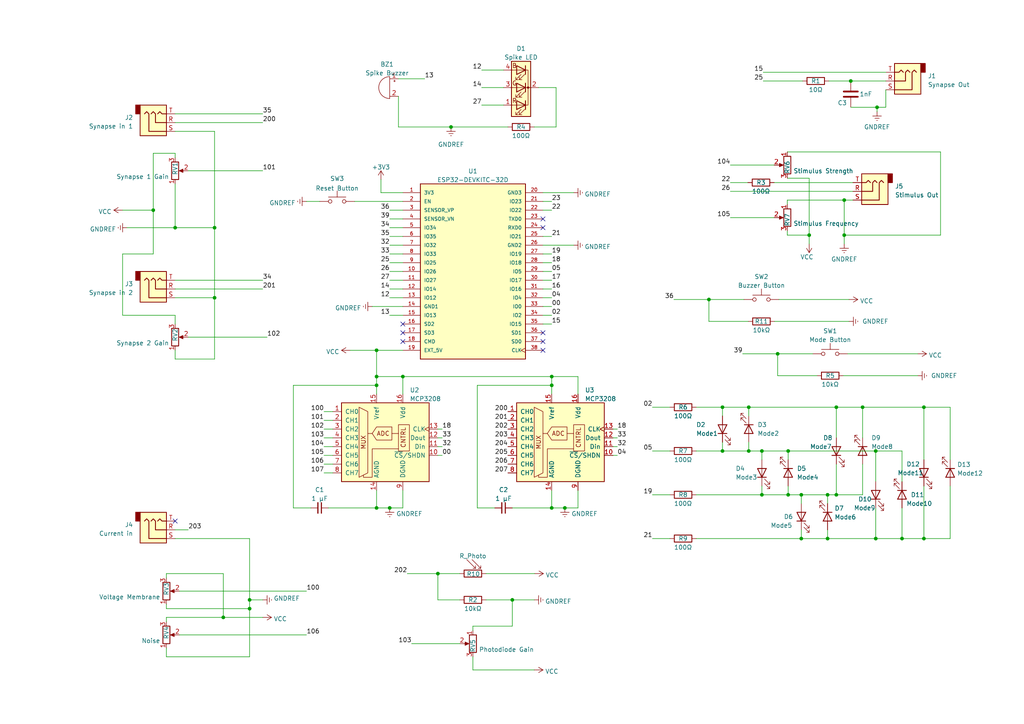
<source format=kicad_sch>
(kicad_sch (version 20211123) (generator eeschema)
  (paper "A4")
  (lib_symbols
    (symbol "Analog_ADC:MCP3208" (pin_names (offset 1.016))
      (property "Reference" "U" (at -5.08 13.335 0))
      (property "Value" "MCP3208" (at -5.08 11.43 0))
      (symbol "MCP3208_0_0"
        (text "ADC" (at -0.635 1.27 0) (effects (font (size 1.27 1.27))))
        (text "CNTRL" (at 5.969 -2.921 900) (effects (font (size 1.27 1.27)) (justify left bottom)))
        (text "MUX" (at -6.35 -1.27 900) (effects (font (size 1.27 1.27))))
      )
      (symbol "MCP3208_0_1"
        (polyline (pts (xy -3.81 1.27) (xy -5.08 1.27)))
        (polyline (pts (xy 1.905 1.27) (xy 3.81 1.27)))
        (polyline (pts (xy -7.62 8.89) (xy -7.62 -11.43) (xy -5.08 -10.16) (xy -5.08 7.62) (xy -7.62 8.89)))
        (polyline (pts (xy 3.81 -3.175) (xy -3.81 -3.175) (xy -3.81 -11.43) (xy -6.35 -11.43) (xy -6.35 -10.795)))
        (polyline (pts (xy 1.905 3.175) (xy 1.905 -0.635) (xy -2.54 -0.635) (xy -3.81 1.27) (xy -2.54 3.175) (xy 1.905 3.175)))
        (rectangle (start 3.81 -3.81) (end 6.985 3.81))
        (rectangle (start 12.7 -12.7) (end -12.7 10.16) (stroke (width 0.254)) (fill (type background)))
      )
      (symbol "MCP3208_1_1"
        (pin input line (at -15.24 7.62 0) (length 2.54) (name "CH0") (number "1"))
        (pin input line (at 15.24 -5.08 180) (length 2.54) (name "~{CS}/SHDN") (number "10"))
        (pin input line (at 15.24 -2.54 180) (length 2.54) (name "Din") (number "11"))
        (pin output line (at 15.24 0 180) (length 2.54) (name "Dout") (number "12"))
        (pin input clock (at 15.24 2.54 180) (length 2.54) (name "CLK") (number "13"))
        (pin power_in line (at -2.54 -15.24 90) (length 2.54) (name "AGND") (number "14"))
        (pin power_in line (at -2.54 12.7 270) (length 2.54) (name "Vref") (number "15"))
        (pin power_in line (at 5.08 12.7 270) (length 2.54) (name "Vdd") (number "16"))
        (pin input line (at -15.24 5.08 0) (length 2.54) (name "CH1") (number "2"))
        (pin input line (at -15.24 2.54 0) (length 2.54) (name "CH2") (number "3"))
        (pin input line (at -15.24 0 0) (length 2.54) (name "CH3") (number "4"))
        (pin input line (at -15.24 -2.54 0) (length 2.54) (name "CH4") (number "5"))
        (pin input line (at -15.24 -5.08 0) (length 2.54) (name "CH5") (number "6"))
        (pin input line (at -15.24 -7.62 0) (length 2.54) (name "CH6") (number "7"))
        (pin input line (at -15.24 -10.16 0) (length 2.54) (name "CH7") (number "8"))
        (pin power_in line (at 5.08 -15.24 90) (length 2.54) (name "DGND") (number "9"))
      )
    )
    (symbol "Connector:AudioJack3"
      (property "Reference" "J" (at 0 8.89 0))
      (property "Value" "AudioJack3" (at 0 6.35 0))
      (symbol "AudioJack3_0_1"
        (rectangle (start -5.08 -5.08) (end -6.35 -2.54) (stroke (width 0.254)) (fill (type outline)))
        (polyline (pts (xy 0 -2.54) (xy 0.635 -3.175) (xy 1.27 -2.54) (xy 2.54 -2.54)) (stroke (width 0.254)))
        (polyline (pts (xy -1.905 -2.54) (xy -1.27 -3.175) (xy -0.635 -2.54) (xy -0.635 0) (xy 2.54 0)) (stroke (width 0.254)))
        (polyline (pts (xy 2.54 2.54) (xy -2.54 2.54) (xy -2.54 -2.54) (xy -3.175 -3.175) (xy -3.81 -2.54)) (stroke (width 0.254)))
        (rectangle (start 2.54 3.81) (end -5.08 -5.08) (stroke (width 0.254)) (fill (type background)))
      )
      (symbol "AudioJack3_1_1"
        (pin passive line (at 5.08 0 180) (length 2.54) (name "~") (number "R"))
        (pin passive line (at 5.08 2.54 180) (length 2.54) (name "~") (number "S"))
        (pin passive line (at 5.08 -2.54 180) (length 2.54) (name "~") (number "T"))
      )
    )
    (symbol "Device:Buzzer" (pin_names (offset 0.0254) hide)
      (property "Reference" "BZ" (at 3.81 1.27 0))
      (property "Value" "Buzzer" (at 3.81 -1.27 0))
      (symbol "Buzzer_0_1"
        (arc (start 0 -3.175) (mid 3.175 0) (end 0 3.175))
        (polyline (pts (xy -1.651 1.905) (xy -1.143 1.905)))
        (polyline (pts (xy -1.397 2.159) (xy -1.397 1.651)))
        (polyline (pts (xy 0 3.175) (xy 0 -3.175)))
      )
      (symbol "Buzzer_1_1"
        (pin passive line (at -2.54 2.54 0) (length 2.54) (name "-") (number "1"))
        (pin passive line (at -2.54 -2.54 0) (length 2.54) (name "+") (number "2"))
      )
    )
    (symbol "Device:C" (pin_numbers hide) (pin_names (offset 0.254))
      (property "Reference" "C" (at 0.635 2.54 0))
      (property "Value" "C" (at 0.635 -2.54 0))
      (symbol "C_0_1"
        (polyline (pts (xy -2.032 -0.762) (xy 2.032 -0.762)) (stroke (width 0.508)))
        (polyline (pts (xy -2.032 0.762) (xy 2.032 0.762)) (stroke (width 0.508)))
      )
      (symbol "C_1_1"
        (pin passive line (at 0 3.81 270) (length 2.794) (name "~") (number "1"))
        (pin passive line (at 0 -3.81 90) (length 2.794) (name "~") (number "2"))
      )
    )
    (symbol "Device:C_Small" (pin_numbers hide) (pin_names (offset 0.254) hide)
      (property "Reference" "C" (at 0.254 1.778 0))
      (property "Value" "C_Small" (at 0.254 -2.032 0))
      (symbol "C_Small_0_1"
        (polyline (pts (xy -1.524 -0.508) (xy 1.524 -0.508)) (stroke (width 0.3302)))
        (polyline (pts (xy -1.524 0.508) (xy 1.524 0.508)) (stroke (width 0.3048)))
      )
      (symbol "C_Small_1_1"
        (pin passive line (at 0 2.54 270) (length 2.032) (name "~") (number "1"))
        (pin passive line (at 0 -2.54 90) (length 2.032) (name "~") (number "2"))
      )
    )
    (symbol "Device:LED" (pin_numbers hide) (pin_names (offset 1.016) hide)
      (property "Reference" "D" (at 0 2.54 0))
      (property "Value" "LED" (at 0 -2.54 0))
      (symbol "LED_0_1"
        (polyline (pts (xy -1.27 -1.27) (xy -1.27 1.27)) (stroke (width 0.254)))
        (polyline (pts (xy -1.27 0) (xy 1.27 0)))
        (polyline (pts (xy 1.27 -1.27) (xy 1.27 1.27) (xy -1.27 0) (xy 1.27 -1.27)) (stroke (width 0.254)))
        (polyline (pts (xy -3.048 -0.762) (xy -4.572 -2.286) (xy -3.81 -2.286) (xy -4.572 -2.286) (xy -4.572 -1.524)))
        (polyline (pts (xy -1.778 -0.762) (xy -3.302 -2.286) (xy -2.54 -2.286) (xy -3.302 -2.286) (xy -3.302 -1.524)))
      )
      (symbol "LED_1_1"
        (pin passive line (at -3.81 0 0) (length 2.54) (name "K") (number "1"))
        (pin passive line (at 3.81 0 180) (length 2.54) (name "A") (number "2"))
      )
    )
    (symbol "Device:LED_RKGB" (pin_names (offset 0) hide)
      (property "Reference" "D" (at 0 9.398 0))
      (property "Value" "LED_RKGB" (at 0 -8.89 0))
      (symbol "LED_RKGB_0_0"
        (text "B" (at 1.905 -6.35 0) (effects (font (size 1.27 1.27))))
        (text "G" (at 1.905 -1.27 0) (effects (font (size 1.27 1.27))))
        (text "R" (at 1.905 3.81 0) (effects (font (size 1.27 1.27))))
      )
      (symbol "LED_RKGB_0_1"
        (circle (center -2.032 0) (radius 0.254) (fill (type outline)))
        (polyline (pts (xy -1.27 -5.08) (xy 1.27 -5.08)))
        (polyline (pts (xy -1.27 -3.81) (xy -1.27 -6.35)) (stroke (width 0.254)))
        (polyline (pts (xy -1.27 0) (xy -2.54 0)))
        (polyline (pts (xy -1.27 1.27) (xy -1.27 -1.27)) (stroke (width 0.254)))
        (polyline (pts (xy -1.27 5.08) (xy 1.27 5.08)))
        (polyline (pts (xy -1.27 6.35) (xy -1.27 3.81)) (stroke (width 0.254)))
        (polyline (pts (xy 1.27 -5.08) (xy 2.54 -5.08)))
        (polyline (pts (xy 1.27 0) (xy -1.27 0)))
        (polyline (pts (xy 1.27 0) (xy 2.54 0)))
        (polyline (pts (xy 1.27 5.08) (xy 2.54 5.08)))
        (polyline (pts (xy -1.27 1.27) (xy -1.27 -1.27) (xy -1.27 -1.27)))
        (polyline (pts (xy -1.27 6.35) (xy -1.27 3.81) (xy -1.27 3.81)))
        (polyline (pts (xy -1.27 5.08) (xy -2.032 5.08) (xy -2.032 -5.08) (xy -1.016 -5.08)))
        (polyline (pts (xy 1.27 -3.81) (xy 1.27 -6.35) (xy -1.27 -5.08) (xy 1.27 -3.81)) (stroke (width 0.254)))
        (polyline (pts (xy 1.27 1.27) (xy 1.27 -1.27) (xy -1.27 0) (xy 1.27 1.27)) (stroke (width 0.254)))
        (polyline (pts (xy 1.27 6.35) (xy 1.27 3.81) (xy -1.27 5.08) (xy 1.27 6.35)) (stroke (width 0.254)))
        (polyline (pts (xy -1.016 -3.81) (xy 0.508 -2.286) (xy -0.254 -2.286) (xy 0.508 -2.286) (xy 0.508 -3.048)))
        (polyline (pts (xy -1.016 1.27) (xy 0.508 2.794) (xy -0.254 2.794) (xy 0.508 2.794) (xy 0.508 2.032)))
        (polyline (pts (xy -1.016 6.35) (xy 0.508 7.874) (xy -0.254 7.874) (xy 0.508 7.874) (xy 0.508 7.112)))
        (polyline (pts (xy 0 -3.81) (xy 1.524 -2.286) (xy 0.762 -2.286) (xy 1.524 -2.286) (xy 1.524 -3.048)))
        (polyline (pts (xy 0 1.27) (xy 1.524 2.794) (xy 0.762 2.794) (xy 1.524 2.794) (xy 1.524 2.032)))
        (polyline (pts (xy 0 6.35) (xy 1.524 7.874) (xy 0.762 7.874) (xy 1.524 7.874) (xy 1.524 7.112)))
        (rectangle (start 1.27 -1.27) (end 1.27 1.27))
        (rectangle (start 1.27 1.27) (end 1.27 1.27))
        (rectangle (start 1.27 3.81) (end 1.27 6.35))
        (rectangle (start 1.27 6.35) (end 1.27 6.35))
        (rectangle (start 2.794 8.382) (end -2.794 -7.62) (stroke (width 0.254)) (fill (type background)))
      )
      (symbol "LED_RKGB_1_1"
        (pin passive line (at 5.08 5.08 180) (length 2.54) (name "RA") (number "1"))
        (pin passive line (at -5.08 0 0) (length 2.54) (name "K") (number "2"))
        (pin passive line (at 5.08 0 180) (length 2.54) (name "GA") (number "3"))
        (pin passive line (at 5.08 -5.08 180) (length 2.54) (name "BA") (number "4"))
      )
    )
    (symbol "Device:R" (pin_numbers hide) (pin_names (offset 0))
      (property "Reference" "R" (at 2.032 0 90))
      (property "Value" "R" (at 0 0 90))
      (symbol "R_0_1"
        (rectangle (start -1.016 -2.54) (end 1.016 2.54) (stroke (width 0.254)))
      )
      (symbol "R_1_1"
        (pin passive line (at 0 3.81 270) (length 1.27) (name "~") (number "1"))
        (pin passive line (at 0 -3.81 90) (length 1.27) (name "~") (number "2"))
      )
    )
    (symbol "Device:R_Photo" (pin_numbers hide) (pin_names (offset 0))
      (property "Reference" "R" (at 1.27 1.27 0))
      (property "Value" "R_Photo" (at 1.27 0 0))
      (symbol "R_Photo_0_1"
        (rectangle (start -1.016 2.54) (end 1.016 -2.54) (stroke (width 0.254)))
        (polyline (pts (xy -1.524 -2.286) (xy -4.064 0.254)))
        (polyline (pts (xy -1.524 -2.286) (xy -2.286 -2.286)))
        (polyline (pts (xy -1.524 -2.286) (xy -1.524 -1.524)))
        (polyline (pts (xy -1.524 -0.762) (xy -4.064 1.778)))
        (polyline (pts (xy -1.524 -0.762) (xy -2.286 -0.762)))
        (polyline (pts (xy -1.524 -0.762) (xy -1.524 0)))
      )
      (symbol "R_Photo_1_1"
        (pin passive line (at 0 3.81 270) (length 1.27) (name "~") (number "1"))
        (pin passive line (at 0 -3.81 90) (length 1.27) (name "~") (number "2"))
      )
    )
    (symbol "Device:R_Potentiometer" (pin_names (offset 1.016) hide)
      (property "Reference" "RV" (at -4.445 0 90))
      (property "Value" "R_Potentiometer" (at -2.54 0 90))
      (symbol "R_Potentiometer_0_1"
        (polyline (pts (xy 2.54 0) (xy 1.524 0)))
        (polyline (pts (xy 1.143 0) (xy 2.286 0.508) (xy 2.286 -0.508) (xy 1.143 0)) (fill (type outline)))
        (rectangle (start 1.016 2.54) (end -1.016 -2.54) (stroke (width 0.254)))
      )
      (symbol "R_Potentiometer_1_1"
        (pin passive line (at 0 3.81 270) (length 1.27) (name "1") (number "1"))
        (pin passive line (at 3.81 0 180) (length 1.27) (name "2") (number "2"))
        (pin passive line (at 0 -3.81 90) (length 1.27) (name "3") (number "3"))
      )
    )
    (symbol "ESP32-DEVKITC-32D:ESP32-DEVKITC-32D" (pin_names (offset 1.016))
      (property "Reference" "U" (at -15.2654 26.0604 0))
      (property "Value" "ESP32-DEVKITC-32D" (at -15.2654 -27.9654 0))
      (symbol "ESP32-DEVKITC-32D_0_0"
        (rectangle (start -15.24 -25.4) (end 15.24 25.4) (stroke (width 0.254)) (fill (type background)))
        (pin power_in line (at -20.32 22.86 0) (length 5.08) (name "3V3") (number "1"))
        (pin bidirectional line (at -20.32 0 0) (length 5.08) (name "IO26") (number "10"))
        (pin bidirectional line (at -20.32 -2.54 0) (length 5.08) (name "IO27") (number "11"))
        (pin bidirectional line (at -20.32 -5.08 0) (length 5.08) (name "IO14") (number "12"))
        (pin bidirectional line (at -20.32 -7.62 0) (length 5.08) (name "IO12") (number "13"))
        (pin power_in line (at -20.32 -10.16 0) (length 5.08) (name "GND1") (number "14"))
        (pin bidirectional line (at -20.32 -12.7 0) (length 5.08) (name "IO13") (number "15"))
        (pin bidirectional line (at -20.32 -15.24 0) (length 5.08) (name "SD2") (number "16"))
        (pin bidirectional line (at -20.32 -17.78 0) (length 5.08) (name "SD3") (number "17"))
        (pin bidirectional line (at -20.32 -20.32 0) (length 5.08) (name "CMD") (number "18"))
        (pin power_in line (at -20.32 -22.86 0) (length 5.08) (name "EXT_5V") (number "19"))
        (pin input line (at -20.32 20.32 0) (length 5.08) (name "EN") (number "2"))
        (pin power_in line (at 20.32 22.86 180) (length 5.08) (name "GND3") (number "20"))
        (pin bidirectional line (at 20.32 20.32 180) (length 5.08) (name "IO23") (number "21"))
        (pin bidirectional line (at 20.32 17.78 180) (length 5.08) (name "IO22") (number "22"))
        (pin output line (at 20.32 15.24 180) (length 5.08) (name "TXD0") (number "23"))
        (pin input line (at 20.32 12.7 180) (length 5.08) (name "RXD0") (number "24"))
        (pin bidirectional line (at 20.32 10.16 180) (length 5.08) (name "IO21") (number "25"))
        (pin power_in line (at 20.32 7.62 180) (length 5.08) (name "GND2") (number "26"))
        (pin bidirectional line (at 20.32 5.08 180) (length 5.08) (name "IO19") (number "27"))
        (pin bidirectional line (at 20.32 2.54 180) (length 5.08) (name "IO18") (number "28"))
        (pin bidirectional line (at 20.32 0 180) (length 5.08) (name "IO5") (number "29"))
        (pin input line (at -20.32 17.78 0) (length 5.08) (name "SENSOR_VP") (number "3"))
        (pin bidirectional line (at 20.32 -2.54 180) (length 5.08) (name "IO17") (number "30"))
        (pin bidirectional line (at 20.32 -5.08 180) (length 5.08) (name "IO16") (number "31"))
        (pin bidirectional line (at 20.32 -7.62 180) (length 5.08) (name "IO4") (number "32"))
        (pin bidirectional line (at 20.32 -10.16 180) (length 5.08) (name "IO0") (number "33"))
        (pin bidirectional line (at 20.32 -12.7 180) (length 5.08) (name "IO2") (number "34"))
        (pin bidirectional line (at 20.32 -15.24 180) (length 5.08) (name "IO15") (number "35"))
        (pin bidirectional line (at 20.32 -17.78 180) (length 5.08) (name "SD1") (number "36"))
        (pin bidirectional line (at 20.32 -20.32 180) (length 5.08) (name "SD0") (number "37"))
        (pin input clock (at 20.32 -22.86 180) (length 5.08) (name "CLK") (number "38"))
        (pin input line (at -20.32 15.24 0) (length 5.08) (name "SENSOR_VN") (number "4"))
        (pin bidirectional line (at -20.32 12.7 0) (length 5.08) (name "IO34") (number "5"))
        (pin bidirectional line (at -20.32 10.16 0) (length 5.08) (name "IO35") (number "6"))
        (pin bidirectional line (at -20.32 7.62 0) (length 5.08) (name "IO32") (number "7"))
        (pin bidirectional line (at -20.32 5.08 0) (length 5.08) (name "IO33") (number "8"))
        (pin bidirectional line (at -20.32 2.54 0) (length 5.08) (name "IO25") (number "9"))
      )
    )
    (symbol "Switch:SW_Push" (pin_numbers hide) (pin_names (offset 1.016) hide)
      (property "Reference" "SW" (at 1.27 2.54 0))
      (property "Value" "SW_Push" (at 0 -1.524 0))
      (symbol "SW_Push_0_1"
        (circle (center -2.032 0) (radius 0.508))
        (polyline (pts (xy 0 1.27) (xy 0 3.048)))
        (polyline (pts (xy 2.54 1.27) (xy -2.54 1.27)))
        (circle (center 2.032 0) (radius 0.508))
        (pin passive line (at -5.08 0 0) (length 2.54) (name "1") (number "1"))
        (pin passive line (at 5.08 0 180) (length 2.54) (name "2") (number "2"))
      )
    )
    (symbol "power:+3.3V" (power) (pin_names (offset 0))
      (property "Value" "+3.3V" (at 0 3.556 0))
      (symbol "+3.3V_0_1"
        (polyline (pts (xy -0.762 1.27) (xy 0 2.54)))
        (polyline (pts (xy 0 0) (xy 0 2.54)))
        (polyline (pts (xy 0 2.54) (xy 0.762 1.27)))
      )
      (symbol "+3.3V_1_1"
        (pin power_in line (at 0 0 90) (length 0) hide (name "+3V3") (number "1"))
      )
    )
    (symbol "power:GNDREF" (power) (pin_names (offset 0))
      (property "Value" "GNDREF" (at 0 -3.81 0))
      (symbol "GNDREF_0_1"
        (polyline (pts (xy -0.635 -1.905) (xy 0.635 -1.905)))
        (polyline (pts (xy -0.127 -2.54) (xy 0.127 -2.54)))
        (polyline (pts (xy 0 -1.27) (xy 0 0)))
        (polyline (pts (xy 1.27 -1.27) (xy -1.27 -1.27)))
      )
      (symbol "GNDREF_1_1"
        (pin power_in line (at 0 0 270) (length 0) hide (name "GNDREF") (number "1"))
      )
    )
    (symbol "power:VCC" (power) (pin_names (offset 0))
      (property "Value" "VCC" (at 0 3.81 0))
      (symbol "VCC_0_1"
        (polyline (pts (xy -0.762 1.27) (xy 0 2.54)))
        (polyline (pts (xy 0 0) (xy 0 2.54)))
        (polyline (pts (xy 0 2.54) (xy 0.762 1.27)))
      )
      (symbol "VCC_1_1"
        (pin power_in line (at 0 0 90) (length 0) hide (name "VCC") (number "1"))
      )
    )
  )
  (junction (at 113.03 147.32))
  (junction (at 261.62 156.21))
  (junction (at 228.6 143.51))
  (junction (at 160.02 111.76))
  (junction (at 44.45 60.96))
  (junction (at 244.856 68.199))
  (junction (at 228.6 130.81))
  (junction (at 254.381 31.115))
  (junction (at 109.22 147.32))
  (junction (at 209.55 130.81))
  (junction (at 250.19 118.11))
  (junction (at 254 156.21))
  (junction (at 160.02 109.22))
  (junction (at 62.23 86.36))
  (junction (at 240.03 156.21))
  (junction (at 267.97 118.11))
  (junction (at 254 130.81))
  (junction (at 232.41 143.51))
  (junction (at 109.22 111.76))
  (junction (at 232.41 156.21))
  (junction (at 242.57 143.51))
  (junction (at 160.02 147.32))
  (junction (at 116.84 109.22))
  (junction (at 130.81 36.83))
  (junction (at 267.97 156.21))
  (junction (at 217.17 118.11))
  (junction (at 109.22 101.6))
  (junction (at 234.696 68.199))
  (junction (at 163.83 147.32))
  (junction (at 72.39 173.99))
  (junction (at 244.856 58.039))
  (junction (at 64.77 179.07))
  (junction (at 205.613 86.868))
  (junction (at 62.23 66.04))
  (junction (at 246.761 23.495))
  (junction (at 217.17 130.81))
  (junction (at 225.552 102.616))
  (junction (at 148.59 173.99))
  (junction (at 240.03 143.51))
  (junction (at 109.22 109.22))
  (junction (at 72.39 176.53))
  (junction (at 127 166.37))
  (junction (at 209.55 118.11))
  (junction (at 220.98 143.51))
  (junction (at 220.98 130.81))
  (junction (at 50.8 66.04))
  (junction (at 242.57 118.11))
  (no_connect (at 157.48 96.52))
  (no_connect (at 157.48 99.06))
  (no_connect (at 157.48 101.6))
  (no_connect (at 116.84 99.06))
  (no_connect (at 116.84 96.52))
  (no_connect (at 116.84 93.98))
  (no_connect (at 50.8 151.13))
  (no_connect (at 157.48 63.5))
  (no_connect (at 157.48 66.04))
  (wire (pts (xy 209.55 118.11) (xy 209.55 120.65)))
  (wire (pts (xy 116.84 109.22) (xy 160.02 109.22)))
  (wire (pts (xy 137.16 190.5) (xy 137.16 194.31)))
  (wire (pts (xy 267.97 118.11) (xy 275.59 118.11)))
  (wire (pts (xy 48.26 180.34) (xy 48.26 179.07)))
  (wire (pts (xy 93.98 137.16) (xy 96.52 137.16)))
  (wire (pts (xy 157.48 78.74) (xy 160.02 78.74)))
  (wire (pts (xy 157.48 55.88) (xy 166.37 55.88)))
  (wire (pts (xy 64.77 179.07) (xy 76.2 179.07)))
  (wire (pts (xy 246.761 31.115) (xy 254.381 31.115)))
  (wire (pts (xy 217.17 118.11) (xy 242.57 118.11)))
  (wire (pts (xy 160.02 109.22) (xy 167.64 109.22)))
  (wire (pts (xy 35.56 91.44) (xy 50.8 91.44)))
  (wire (pts (xy 201.93 143.51) (xy 220.98 143.51)))
  (wire (pts (xy 85.09 147.32) (xy 90.17 147.32)))
  (wire (pts (xy 116.84 109.22) (xy 116.84 114.3)))
  (wire (pts (xy 157.48 81.28) (xy 160.02 81.28)))
  (wire (pts (xy 160.02 147.32) (xy 148.59 147.32)))
  (wire (pts (xy 113.03 81.28) (xy 116.84 81.28)))
  (wire (pts (xy 64.77 166.37) (xy 64.77 179.07)))
  (wire (pts (xy 160.02 109.22) (xy 160.02 111.76)))
  (wire (pts (xy 72.39 173.99) (xy 72.39 176.53)))
  (wire (pts (xy 110.49 52.07) (xy 110.49 55.88)))
  (wire (pts (xy 234.696 51.689) (xy 234.696 68.199)))
  (wire (pts (xy 116.84 101.6) (xy 109.22 101.6)))
  (wire (pts (xy 228.346 58.039) (xy 228.346 59.309)))
  (wire (pts (xy 54.61 49.53) (xy 76.2 49.53)))
  (wire (pts (xy 113.03 76.2) (xy 116.84 76.2)))
  (wire (pts (xy 275.59 118.11) (xy 275.59 133.35)))
  (wire (pts (xy 254 130.81) (xy 261.62 130.81)))
  (wire (pts (xy 157.48 73.66) (xy 160.02 73.66)))
  (wire (pts (xy 50.8 83.82) (xy 76.2 83.82)))
  (wire (pts (xy 50.8 38.1) (xy 62.23 38.1)))
  (wire (pts (xy 244.856 68.199) (xy 244.856 70.739)))
  (wire (pts (xy 245.872 102.616) (xy 266.192 102.616)))
  (wire (pts (xy 101.6 101.6) (xy 109.22 101.6)))
  (wire (pts (xy 267.97 118.11) (xy 267.97 133.35)))
  (wire (pts (xy 44.45 73.66) (xy 35.56 73.66)))
  (wire (pts (xy 228.6 143.51) (xy 228.6 140.97)))
  (wire (pts (xy 261.62 130.81) (xy 261.62 139.7)))
  (wire (pts (xy 48.26 175.26) (xy 48.26 176.53)))
  (wire (pts (xy 244.856 58.039) (xy 247.396 58.039)))
  (wire (pts (xy 240.411 23.495) (xy 246.761 23.495)))
  (wire (pts (xy 48.26 179.07) (xy 64.77 179.07)))
  (wire (pts (xy 113.03 83.82) (xy 116.84 83.82)))
  (wire (pts (xy 160.02 111.76) (xy 160.02 114.3)))
  (wire (pts (xy 50.8 156.21) (xy 72.39 156.21)))
  (wire (pts (xy 254.381 31.115) (xy 256.921 31.115)))
  (wire (pts (xy 113.03 78.74) (xy 116.84 78.74)))
  (wire (pts (xy 228.346 58.039) (xy 244.856 58.039)))
  (wire (pts (xy 137.16 181.61) (xy 148.59 181.61)))
  (wire (pts (xy 161.29 25.4) (xy 161.29 36.83)))
  (wire (pts (xy 127 132.08) (xy 128.27 132.08)))
  (wire (pts (xy 127 166.37) (xy 133.35 166.37)))
  (wire (pts (xy 244.856 68.199) (xy 272.796 68.199)))
  (wire (pts (xy 225.552 108.966) (xy 236.982 108.966)))
  (wire (pts (xy 44.45 44.45) (xy 50.8 44.45)))
  (wire (pts (xy 127 127) (xy 128.27 127)))
  (wire (pts (xy 50.8 44.45) (xy 50.8 45.72)))
  (wire (pts (xy 127 173.99) (xy 133.35 173.99)))
  (wire (pts (xy 240.03 143.51) (xy 240.03 146.05)))
  (wire (pts (xy 220.98 130.81) (xy 228.6 130.81)))
  (wire (pts (xy 157.48 76.2) (xy 160.02 76.2)))
  (wire (pts (xy 234.696 68.199) (xy 228.346 68.199)))
  (wire (pts (xy 139.7 25.4) (xy 146.05 25.4)))
  (wire (pts (xy 110.49 55.88) (xy 116.84 55.88)))
  (wire (pts (xy 93.98 124.46) (xy 96.52 124.46)))
  (wire (pts (xy 224.536 52.959) (xy 247.396 52.959)))
  (wire (pts (xy 113.03 73.66) (xy 116.84 73.66)))
  (wire (pts (xy 119.38 186.69) (xy 133.35 186.69)))
  (wire (pts (xy 261.62 147.32) (xy 261.62 156.21)))
  (wire (pts (xy 62.23 66.04) (xy 50.8 66.04)))
  (wire (pts (xy 115.57 22.86) (xy 123.19 22.86)))
  (wire (pts (xy 228.346 51.689) (xy 234.696 51.689)))
  (wire (pts (xy 267.97 156.21) (xy 267.97 140.97)))
  (wire (pts (xy 140.97 166.37) (xy 155.067 166.37)))
  (wire (pts (xy 113.03 86.36) (xy 116.84 86.36)))
  (wire (pts (xy 50.8 104.14) (xy 62.23 104.14)))
  (wire (pts (xy 35.56 60.96) (xy 44.45 60.96)))
  (wire (pts (xy 189.23 118.11) (xy 194.31 118.11)))
  (wire (pts (xy 228.6 130.81) (xy 228.6 133.35)))
  (wire (pts (xy 148.59 173.99) (xy 154.94 173.99)))
  (wire (pts (xy 157.48 88.9) (xy 160.02 88.9)))
  (wire (pts (xy 113.03 68.58) (xy 116.84 68.58)))
  (wire (pts (xy 234.696 68.199) (xy 234.696 70.739)))
  (wire (pts (xy 177.8 127) (xy 179.07 127)))
  (wire (pts (xy 62.23 38.1) (xy 62.23 66.04)))
  (wire (pts (xy 189.23 156.21) (xy 194.31 156.21)))
  (wire (pts (xy 50.8 33.02) (xy 76.2 33.02)))
  (wire (pts (xy 209.55 130.81) (xy 217.17 130.81)))
  (wire (pts (xy 211.836 63.119) (xy 224.536 63.119)))
  (wire (pts (xy 54.61 97.79) (xy 77.47 97.79)))
  (wire (pts (xy 254 130.81) (xy 254 139.7)))
  (wire (pts (xy 254 147.32) (xy 254 156.21)))
  (wire (pts (xy 157.48 93.98) (xy 160.02 93.98)))
  (wire (pts (xy 225.933 86.868) (xy 246.253 86.868)))
  (wire (pts (xy 157.48 86.36) (xy 160.02 86.36)))
  (wire (pts (xy 140.97 173.99) (xy 148.59 173.99)))
  (wire (pts (xy 72.39 176.53) (xy 72.39 190.5)))
  (wire (pts (xy 88.9 58.42) (xy 92.71 58.42)))
  (wire (pts (xy 160.02 147.32) (xy 163.83 147.32)))
  (wire (pts (xy 209.55 118.11) (xy 217.17 118.11)))
  (wire (pts (xy 209.55 130.81) (xy 201.93 130.81)))
  (wire (pts (xy 116.84 147.32) (xy 113.03 147.32)))
  (wire (pts (xy 48.26 176.53) (xy 72.39 176.53)))
  (wire (pts (xy 113.03 60.96) (xy 116.84 60.96)))
  (wire (pts (xy 220.98 130.81) (xy 220.98 133.35)))
  (wire (pts (xy 127 129.54) (xy 128.27 129.54)))
  (wire (pts (xy 250.19 118.11) (xy 267.97 118.11)))
  (wire (pts (xy 205.613 93.218) (xy 217.043 93.218)))
  (wire (pts (xy 189.23 143.51) (xy 194.31 143.51)))
  (wire (pts (xy 215.392 102.616) (xy 225.552 102.616)))
  (wire (pts (xy 127 166.37) (xy 127 173.99)))
  (wire (pts (xy 130.81 36.83) (xy 147.32 36.83)))
  (wire (pts (xy 250.19 118.11) (xy 250.19 127)))
  (wire (pts (xy 217.17 130.81) (xy 217.17 128.27)))
  (wire (pts (xy 139.7 20.32) (xy 146.05 20.32)))
  (wire (pts (xy 195.453 86.868) (xy 205.613 86.868)))
  (wire (pts (xy 50.8 91.44) (xy 50.8 93.98)))
  (wire (pts (xy 177.8 132.08) (xy 179.07 132.08)))
  (wire (pts (xy 109.22 147.32) (xy 113.03 147.32)))
  (wire (pts (xy 246.761 23.495) (xy 256.921 23.495)))
  (wire (pts (xy 113.03 66.04) (xy 116.84 66.04)))
  (wire (pts (xy 167.64 109.22) (xy 167.64 114.3)))
  (wire (pts (xy 93.98 129.54) (xy 96.52 129.54)))
  (wire (pts (xy 115.57 36.83) (xy 130.81 36.83)))
  (wire (pts (xy 232.41 156.21) (xy 240.03 156.21)))
  (wire (pts (xy 160.02 142.24) (xy 160.02 147.32)))
  (wire (pts (xy 48.26 166.37) (xy 64.77 166.37)))
  (wire (pts (xy 177.8 129.54) (xy 179.07 129.54)))
  (wire (pts (xy 107.95 88.9) (xy 116.84 88.9)))
  (wire (pts (xy 242.57 143.51) (xy 250.19 143.51)))
  (wire (pts (xy 221.361 23.495) (xy 232.791 23.495)))
  (wire (pts (xy 157.48 58.42) (xy 160.02 58.42)))
  (wire (pts (xy 157.48 68.58) (xy 160.02 68.58)))
  (wire (pts (xy 220.98 140.97) (xy 220.98 143.51)))
  (wire (pts (xy 250.19 134.62) (xy 250.19 143.51)))
  (wire (pts (xy 240.03 156.21) (xy 240.03 153.67)))
  (wire (pts (xy 228.346 66.929) (xy 228.346 68.199)))
  (wire (pts (xy 177.8 124.46) (xy 179.07 124.46)))
  (wire (pts (xy 163.83 147.32) (xy 167.64 147.32)))
  (wire (pts (xy 201.93 118.11) (xy 209.55 118.11)))
  (wire (pts (xy 36.83 66.04) (xy 50.8 66.04)))
  (wire (pts (xy 62.23 86.36) (xy 62.23 66.04)))
  (wire (pts (xy 240.03 143.51) (xy 242.57 143.51)))
  (wire (pts (xy 156.21 25.4) (xy 161.29 25.4)))
  (wire (pts (xy 50.8 86.36) (xy 62.23 86.36)))
  (wire (pts (xy 109.22 111.76) (xy 109.22 114.3)))
  (wire (pts (xy 35.56 73.66) (xy 35.56 91.44)))
  (wire (pts (xy 113.03 63.5) (xy 116.84 63.5)))
  (wire (pts (xy 50.8 35.56) (xy 76.2 35.56)))
  (wire (pts (xy 254.381 31.115) (xy 254.381 32.385)))
  (wire (pts (xy 256.921 26.035) (xy 256.921 31.115)))
  (wire (pts (xy 224.663 93.218) (xy 246.253 93.218)))
  (wire (pts (xy 137.16 182.88) (xy 137.16 181.61)))
  (wire (pts (xy 139.7 30.48) (xy 146.05 30.48)))
  (wire (pts (xy 44.45 60.96) (xy 44.45 73.66)))
  (wire (pts (xy 44.45 60.96) (xy 44.45 44.45)))
  (wire (pts (xy 261.62 156.21) (xy 267.97 156.21)))
  (wire (pts (xy 157.48 60.96) (xy 160.02 60.96)))
  (wire (pts (xy 232.41 143.51) (xy 240.03 143.51)))
  (wire (pts (xy 95.25 147.32) (xy 109.22 147.32)))
  (wire (pts (xy 148.59 181.61) (xy 148.59 173.99)))
  (wire (pts (xy 211.836 55.499) (xy 247.396 55.499)))
  (wire (pts (xy 267.97 156.21) (xy 275.59 156.21)))
  (wire (pts (xy 228.346 44.069) (xy 272.796 44.069)))
  (wire (pts (xy 72.39 173.99) (xy 76.2 173.99)))
  (wire (pts (xy 244.602 108.966) (xy 266.192 108.966)))
  (wire (pts (xy 109.22 109.22) (xy 116.84 109.22)))
  (wire (pts (xy 201.93 156.21) (xy 232.41 156.21)))
  (wire (pts (xy 72.39 156.21) (xy 72.39 173.99)))
  (wire (pts (xy 137.16 194.31) (xy 154.94 194.31)))
  (wire (pts (xy 50.8 153.67) (xy 54.61 153.67)))
  (wire (pts (xy 272.796 44.069) (xy 272.796 68.199)))
  (wire (pts (xy 62.23 104.14) (xy 62.23 86.36)))
  (wire (pts (xy 93.98 119.38) (xy 96.52 119.38)))
  (wire (pts (xy 93.98 121.92) (xy 96.52 121.92)))
  (wire (pts (xy 93.98 127) (xy 96.52 127)))
  (wire (pts (xy 113.03 71.12) (xy 116.84 71.12)))
  (wire (pts (xy 242.57 118.11) (xy 242.57 127)))
  (wire (pts (xy 167.64 147.32) (xy 167.64 142.24)))
  (wire (pts (xy 157.48 91.44) (xy 160.02 91.44)))
  (wire (pts (xy 157.48 83.82) (xy 160.02 83.82)))
  (wire (pts (xy 102.87 58.42) (xy 116.84 58.42)))
  (wire (pts (xy 232.41 153.67) (xy 232.41 156.21)))
  (wire (pts (xy 232.41 143.51) (xy 232.41 146.05)))
  (wire (pts (xy 161.29 36.83) (xy 154.94 36.83)))
  (wire (pts (xy 254 156.21) (xy 261.62 156.21)))
  (wire (pts (xy 275.59 156.21) (xy 275.59 140.97)))
  (wire (pts (xy 93.98 132.08) (xy 96.52 132.08)))
  (wire (pts (xy 225.552 102.616) (xy 235.712 102.616)))
  (wire (pts (xy 225.552 102.616) (xy 225.552 108.966)))
  (wire (pts (xy 48.26 187.96) (xy 48.26 190.5)))
  (wire (pts (xy 48.26 167.64) (xy 48.26 166.37)))
  (wire (pts (xy 50.8 66.04) (xy 50.8 53.34)))
  (wire (pts (xy 217.17 118.11) (xy 217.17 120.65)))
  (wire (pts (xy 115.57 27.94) (xy 115.57 36.83)))
  (wire (pts (xy 109.22 101.6) (xy 109.22 109.22)))
  (wire (pts (xy 244.856 58.039) (xy 244.856 68.199)))
  (wire (pts (xy 217.17 130.81) (xy 220.98 130.81)))
  (wire (pts (xy 242.57 118.11) (xy 250.19 118.11)))
  (wire (pts (xy 138.43 111.76) (xy 138.43 147.32)))
  (wire (pts (xy 205.613 86.868) (xy 205.613 93.218)))
  (wire (pts (xy 52.07 171.45) (xy 88.9 171.45)))
  (wire (pts (xy 240.03 156.21) (xy 254 156.21)))
  (wire (pts (xy 160.02 111.76) (xy 138.43 111.76)))
  (wire (pts (xy 228.6 130.81) (xy 254 130.81)))
  (wire (pts (xy 205.613 86.868) (xy 215.773 86.868)))
  (wire (pts (xy 228.6 143.51) (xy 232.41 143.51)))
  (wire (pts (xy 113.03 91.44) (xy 116.84 91.44)))
  (wire (pts (xy 242.57 134.62) (xy 242.57 143.51)))
  (wire (pts (xy 221.361 20.955) (xy 256.921 20.955)))
  (wire (pts (xy 118.11 166.37) (xy 127 166.37)))
  (wire (pts (xy 157.48 71.12) (xy 166.37 71.12)))
  (wire (pts (xy 220.98 143.51) (xy 228.6 143.51)))
  (wire (pts (xy 109.22 109.22) (xy 109.22 111.76)))
  (wire (pts (xy 72.39 190.5) (xy 48.26 190.5)))
  (wire (pts (xy 50.8 101.6) (xy 50.8 104.14)))
  (wire (pts (xy 109.22 142.24) (xy 109.22 147.32)))
  (wire (pts (xy 93.98 134.62) (xy 96.52 134.62)))
  (wire (pts (xy 52.07 184.15) (xy 88.9 184.15)))
  (wire (pts (xy 127 124.46) (xy 128.27 124.46)))
  (wire (pts (xy 211.836 52.959) (xy 216.916 52.959)))
  (wire (pts (xy 116.84 142.24) (xy 116.84 147.32)))
  (wire (pts (xy 209.55 128.27) (xy 209.55 130.81)))
  (wire (pts (xy 85.09 111.76) (xy 85.09 147.32)))
  (wire (pts (xy 189.23 130.81) (xy 194.31 130.81)))
  (wire (pts (xy 211.836 47.879) (xy 224.536 47.879)))
  (wire (pts (xy 50.8 81.28) (xy 76.2 81.28)))
  (wire (pts (xy 109.22 111.76) (xy 85.09 111.76)))
  (wire (pts (xy 143.51 147.32) (xy 138.43 147.32)))
  (label "34" (at 113.03 66.04 180))
  (label "18" (at 160.02 76.2 0))
  (label "32" (at 179.07 129.54 0))
  (label "33" (at 113.03 73.66 180))
  (label "203" (at 147.32 127 180))
  (label "205" (at 147.32 132.08 180))
  (label "17" (at 160.02 81.28 0))
  (label "26" (at 211.836 55.499 180))
  (label "21" (at 189.23 156.21 180))
  (label "25" (at 221.361 23.495 180))
  (label "36" (at 195.453 86.868 180))
  (label "27" (at 139.7 30.48 180))
  (label "02" (at 160.02 91.44 0))
  (label "33" (at 179.07 127 0))
  (label "203" (at 54.61 153.67 0))
  (label "207" (at 147.32 137.16 180))
  (label "02" (at 189.23 118.11 180))
  (label "00" (at 160.02 88.9 0))
  (label "202" (at 118.11 166.37 180))
  (label "39" (at 113.03 63.5 180))
  (label "22" (at 160.02 60.96 0))
  (label "23" (at 160.02 58.42 0))
  (label "106" (at 93.98 134.62 180))
  (label "19" (at 160.02 73.66 0))
  (label "04" (at 160.02 86.36 0))
  (label "33" (at 128.27 127 0))
  (label "101" (at 76.2 49.53 0))
  (label "36" (at 113.03 60.96 180))
  (label "39" (at 215.392 102.616 180))
  (label "13" (at 113.03 91.44 180))
  (label "104" (at 211.836 47.879 180))
  (label "104" (at 93.98 129.54 180))
  (label "201" (at 147.32 121.92 180))
  (label "200" (at 147.32 119.38 180))
  (label "14" (at 113.03 83.82 180))
  (label "204" (at 147.32 129.54 180))
  (label "101" (at 93.98 121.92 180))
  (label "35" (at 113.03 68.58 180))
  (label "05" (at 160.02 78.74 0))
  (label "12" (at 113.03 86.36 180))
  (label "107" (at 93.98 137.16 180))
  (label "34" (at 76.2 81.28 0))
  (label "200" (at 76.2 35.56 0))
  (label "105" (at 211.836 63.119 180))
  (label "100" (at 93.98 119.38 180))
  (label "16" (at 160.02 83.82 0))
  (label "18" (at 179.07 124.46 0))
  (label "32" (at 113.03 71.12 180))
  (label "201" (at 76.2 83.82 0))
  (label "105" (at 93.98 132.08 180))
  (label "35" (at 76.2 33.02 0))
  (label "106" (at 88.9 184.15 0))
  (label "00" (at 128.27 132.08 0))
  (label "05" (at 189.23 130.81 180))
  (label "12" (at 139.7 20.32 180))
  (label "15" (at 160.02 93.98 0))
  (label "102" (at 77.47 97.79 0))
  (label "206" (at 147.32 134.62 180))
  (label "32" (at 128.27 129.54 0))
  (label "19" (at 189.23 143.51 180))
  (label "103" (at 119.38 186.69 180))
  (label "26" (at 113.03 78.74 180))
  (label "13" (at 123.19 22.86 0))
  (label "18" (at 128.27 124.46 0))
  (label "14" (at 139.7 25.4 180))
  (label "100" (at 88.9 171.45 0))
  (label "04" (at 179.07 132.08 0))
  (label "25" (at 113.03 76.2 180))
  (label "103" (at 93.98 127 180))
  (label "27" (at 113.03 81.28 180))
  (label "21" (at 160.02 68.58 0))
  (label "15" (at 221.361 20.955 180))
  (label "22" (at 211.836 52.959 180))
  (label "102" (at 93.98 124.46 180))
  (label "202" (at 147.32 124.46 180))
  (symbol (lib_id "Device:R") (at 151.13 36.83 90) (unit 1)
    (property "Reference" "R4" (at 151.13 36.83 90))
    (property "Value" "100Ω" (at 151.13 39.37 90))
    (property "Footprint" "Resistor_THT:R_Axial_DIN0207_L6.3mm_D2.5mm_P10.16mm_Horizontal" (effects hide))
  )
  (symbol (lib_id "Switch:SW_Push") (at 97.79 58.42 0) (unit 1)
    (property "Reference" "SW3" (at 97.79 51.7992 0))
    (property "Value" "Reset Button" (at 97.79 54.61 0))
    (property "Footprint" "Button_Switch_THT:Spikeling reset button" (effects hide))
  )
  (symbol (lib_id "Device:R_Potentiometer") (at 48.26 171.45 0) (mirror x) (unit 1)
    (property "Reference" "RV3" (at 48.26 172.72 90) (effects (justify right)))
    (property "Value" "Voltage Membrane" (at 46.482 173.1522 0) (effects (justify right)))
    (property "Footprint" "Potentiometer_THT:Spikeling Potentiometer" (effects hide))
  )
  (symbol (lib_id "power:VCC") (at 246.253 86.868 270) (mirror x) (unit 1)
    (property "Reference" "#PWR0122" (effects hide))
    (property "Value" "VCC" (at 249.428 87.3018 90) (effects (justify left)))
  )
  (symbol (lib_id "Device:R_Photo") (at 137.16 166.37 90) (mirror x) (unit 1)
    (property "Reference" "R10" (at 137.287 166.497 90))
    (property "Value" "R_Photo" (at 137.16 161.2701 90))
    (property "Footprint" "Maxime:Photoresistor_3.4" (effects hide))
  )
  (symbol (lib_id "power:GNDREF") (at 266.192 108.966 90) (unit 1)
    (property "Reference" "#PWR0106" (effects hide))
    (property "Value" "GNDREF" (at 277.622 108.966 90) (effects (justify left)))
  )
  (symbol (lib_id "power:GNDREF") (at 246.253 93.218 90) (unit 1)
    (property "Reference" "#PWR0121" (effects hide))
    (property "Value" "GNDREF" (at 257.683 93.218 90) (effects (justify left)))
  )
  (symbol (lib_id "Device:R_Potentiometer") (at 137.16 186.69 0) (mirror y) (unit 1)
    (property "Reference" "RV5" (at 137.16 185.42 90) (effects (justify right)))
    (property "Value" "Photodiode Gain" (at 138.938 188.3922 0) (effects (justify right)))
    (property "Footprint" "Potentiometer_THT:Spikeling Potentiometer" (effects hide))
  )
  (symbol (lib_id "Device:R_Potentiometer") (at 50.8 97.79 0) (mirror x) (unit 1)
    (property "Reference" "RV2" (at 50.8 99.06 90) (effects (justify right)))
    (property "Value" "Synapse 2 Gain" (at 49.0221 99.4922 0) (effects (justify right)))
    (property "Footprint" "Potentiometer_THT:Spikeling Potentiometer" (effects hide))
  )
  (symbol (lib_id "Device:R") (at 220.853 93.218 90) (unit 1)
    (property "Reference" "R11" (at 220.853 93.218 90))
    (property "Value" "10kΩ" (at 220.853 95.758 90))
    (property "Footprint" "Resistor_THT:R_Axial_DIN0207_L6.3mm_D2.5mm_P10.16mm_Horizontal" (effects hide))
  )
  (symbol (lib_id "Connector:AudioJack3") (at 262.001 23.495 180) (unit 1)
    (property "Reference" "J1" (at 269.113 22.0253 0) (effects (justify right)))
    (property "Value" "Synapse Out" (at 269.113 24.5622 0) (effects (justify right)))
    (property "Footprint" "Audio_Module:Spikeling Audio Jack 3.5mm" (effects hide))
  )
  (symbol (lib_id "power:+3.3V") (at 110.49 52.07 0) (unit 1)
    (property "Reference" "#PWR0115" (effects hide))
    (property "Value" "+3.3V" (at 110.49 48.4942 0))
  )
  (symbol (lib_id "power:VCC") (at 101.6 101.6 90) (unit 1)
    (property "Reference" "#PWR0108" (effects hide))
    (property "Value" "VCC" (at 98.425 102.0338 90) (effects (justify left)))
  )
  (symbol (lib_id "power:GNDREF") (at 113.03 147.32 0) (unit 1)
    (property "Reference" "#PWR0111" (effects hide))
    (property "Value" "GNDREF" (at 114.935 149.0238 0) (effects (justify left)))
  )
  (symbol (lib_id "Analog_ADC:MCP3208") (at 111.76 127 0) (unit 1)
    (property "Reference" "U2" (at 118.8594 113.1402 0) (effects (justify left)))
    (property "Value" "MCP3208" (at 118.8594 115.6771 0) (effects (justify left)))
    (property "Footprint" "Package_DIP:DIP-16_W7.62mm" (effects hide))
    (property "Datasheet" "http://ww1.microchip.com/downloads/en/DeviceDoc/21298c.pdf" (effects hide))
  )
  (symbol (lib_id "Device:R_Potentiometer") (at 228.346 63.119 0) (mirror y) (unit 1)
    (property "Reference" "RV7" (at 228.346 61.849 90) (effects (justify right)))
    (property "Value" "Stimulus Frequency" (at 230.124 64.8212 0) (effects (justify right)))
    (property "Footprint" "Potentiometer_THT:Spikeling Potentiometer" (effects hide))
  )
  (symbol (lib_id "Device:R") (at 198.12 156.21 90) (unit 1)
    (property "Reference" "R9" (at 198.12 156.21 90))
    (property "Value" "100Ω" (at 198.12 158.75 90))
    (property "Footprint" "Resistor_THT:R_Axial_DIN0207_L6.3mm_D2.5mm_P10.16mm_Horizontal" (effects hide))
  )
  (symbol (lib_id "Device:LED") (at 275.59 137.16 270) (unit 1)
    (property "Reference" "D13" (at 277.622 134.7378 90) (effects (justify left)))
    (property "Value" "Mode12" (at 277.622 137.2747 90) (effects (justify left)))
    (property "Footprint" "LED_THT:LED_D3.0mm" (effects hide))
  )
  (symbol (lib_id "Device:Buzzer") (at 113.03 25.4 0) (mirror y) (unit 1)
    (property "Reference" "BZ1" (at 112.268 18.6522 0))
    (property "Value" "Spike Buzzer" (at 112.268 21.1891 0))
    (property "Footprint" "Buzzer_Beeper:Buzzer_11.5x9.5RM5" (effects hide))
  )
  (symbol (lib_id "Device:C_Small") (at 146.05 147.32 270) (mirror x) (unit 1)
    (property "Reference" "C2" (at 146.0436 142.0581 90))
    (property "Value" "1 μF" (at 146.0436 144.595 90))
    (property "Footprint" "Capacitor_THT:CP_Radial_D4.0mm_P2.00mm" (effects hide))
  )
  (symbol (lib_id "power:GNDREF") (at 130.81 36.83 0) (unit 1)
    (property "Reference" "#PWR0116" (effects hide))
    (property "Value" "GNDREF" (at 134.62 41.91 0) (effects (justify right)))
  )
  (symbol (lib_id "Device:LED_RKGB") (at 151.13 25.4 180) (unit 1)
    (property "Reference" "D1" (at 151.13 14.0802 0))
    (property "Value" "Spike LED" (at 151.13 16.6171 0))
    (property "Footprint" "LED_THT:LED_D5.0mm-4_RGB" (effects hide))
  )
  (symbol (lib_id "Connector:AudioJack3") (at 45.72 35.56 0) (mirror x) (unit 1)
    (property "Reference" "J2" (at 38.6081 34.0903 0) (effects (justify right)))
    (property "Value" "Synapse in 1" (at 38.6081 36.6272 0) (effects (justify right)))
    (property "Footprint" "Audio_Module:Spikeling Audio Jack 3.5mm" (effects hide))
  )
  (symbol (lib_id "power:GNDREF") (at 107.95 88.9 270) (unit 1)
    (property "Reference" "#PWR0114" (effects hide))
    (property "Value" "GNDREF" (at 104.7751 89.3338 90) (effects (justify right)))
  )
  (symbol (lib_id "Switch:SW_Push") (at 240.792 102.616 0) (unit 1)
    (property "Reference" "SW1" (at 240.792 95.9952 0))
    (property "Value" "Mode Button" (at 240.792 98.5321 0))
    (property "Footprint" "Button_Switch_THT:SW_PUSH_6mm_H13mm" (effects hide))
  )
  (symbol (lib_id "power:VCC") (at 35.56 60.96 90) (unit 1)
    (property "Reference" "#PWR0119" (effects hide))
    (property "Value" "VCC" (at 32.385 61.3938 90) (effects (justify left)))
  )
  (symbol (lib_id "Device:R") (at 137.16 173.99 90) (unit 1)
    (property "Reference" "R2" (at 137.16 173.99 90))
    (property "Value" "10kΩ" (at 137.16 176.53 90))
    (property "Footprint" "Resistor_THT:R_Axial_DIN0207_L6.3mm_D2.5mm_P10.16mm_Horizontal" (effects hide))
  )
  (symbol (lib_id "Device:LED") (at 261.62 143.51 270) (unit 1)
    (property "Reference" "D11" (at 264.16 143.51 90) (effects (justify left)))
    (property "Value" "Mode10" (at 262.89 146.05 90) (effects (justify left)))
    (property "Footprint" "LED_THT:LED_D3.0mm" (effects hide))
  )
  (symbol (lib_id "power:GNDREF") (at 166.37 55.88 90) (unit 1)
    (property "Reference" "#PWR0101" (effects hide))
    (property "Value" "GNDREF" (at 169.545 56.3138 90) (effects (justify right)))
  )
  (symbol (lib_id "power:VCC") (at 234.696 70.739 0) (mirror x) (unit 1)
    (property "Reference" "#PWR0107" (effects hide))
    (property "Value" "VCC" (at 235.966 74.549 0) (effects (justify right)))
  )
  (symbol (lib_id "power:GNDREF") (at 36.83 66.04 270) (unit 1)
    (property "Reference" "#PWR0109" (effects hide))
    (property "Value" "GNDREF" (at 33.6551 66.4738 90) (effects (justify right)))
  )
  (symbol (lib_id "Switch:SW_Push") (at 220.853 86.868 0) (unit 1)
    (property "Reference" "SW2" (at 220.853 80.2472 0))
    (property "Value" "Buzzer Button" (at 220.853 82.7841 0))
    (property "Footprint" "Button_Switch_THT:Spikeling reset button" (effects hide))
  )
  (symbol (lib_id "Device:LED") (at 232.41 149.86 90) (unit 1)
    (property "Reference" "D6" (at 227.33 149.86 90) (effects (justify right)))
    (property "Value" "Mode5" (at 223.52 152.4 90) (effects (justify right)))
    (property "Footprint" "LED_THT:LED_D3.0mm" (effects hide))
  )
  (symbol (lib_id "Device:R_Potentiometer") (at 228.346 47.879 0) (mirror y) (unit 1)
    (property "Reference" "RV6" (at 228.346 46.609 90) (effects (justify right)))
    (property "Value" "Stimulus Strength" (at 230.124 49.5812 0) (effects (justify right)))
    (property "Footprint" "Potentiometer_THT:Spikeling Potentiometer" (effects hide))
  )
  (symbol (lib_id "Device:LED") (at 254 143.51 90) (unit 1)
    (property "Reference" "D10" (at 248.92 144.78 90) (effects (justify right)))
    (property "Value" "Mode9" (at 247.65 147.32 90) (effects (justify right)))
    (property "Footprint" "LED_THT:LED_D3.0mm" (effects hide))
  )
  (symbol (lib_id "Device:R") (at 220.726 52.959 90) (unit 1)
    (property "Reference" "R3" (at 220.726 52.959 90))
    (property "Value" "100Ω" (at 220.726 55.499 90))
    (property "Footprint" "Resistor_THT:R_Axial_DIN0207_L6.3mm_D2.5mm_P10.16mm_Horizontal" (effects hide))
  )
  (symbol (lib_id "Analog_ADC:MCP3208") (at 162.56 127 0) (unit 1)
    (property "Reference" "U3" (at 169.6594 113.1402 0) (effects (justify left)))
    (property "Value" "MCP3208" (at 169.6594 115.6771 0) (effects (justify left)))
    (property "Footprint" "Package_DIP:DIP-16_W7.62mm" (effects hide))
    (property "Datasheet" "http://ww1.microchip.com/downloads/en/DeviceDoc/21298c.pdf" (effects hide))
  )
  (symbol (lib_id "power:VCC") (at 154.94 194.31 270) (mirror x) (unit 1)
    (property "Reference" "#PWR0117" (effects hide))
    (property "Value" "VCC" (at 158.115 194.7438 90) (effects (justify left)))
  )
  (symbol (lib_id "Device:R_Potentiometer") (at 48.26 184.15 0) (mirror x) (unit 1)
    (property "Reference" "RV4" (at 48.26 185.42 90) (effects (justify right)))
    (property "Value" "Noise" (at 46.4821 185.8522 0) (effects (justify right)))
    (property "Footprint" "Potentiometer_THT:Spikeling Potentiometer" (effects hide))
  )
  (symbol (lib_id "ESP32-DEVKITC-32D:ESP32-DEVKITC-32D") (at 137.16 78.74 0) (unit 1)
    (property "Reference" "U1" (at 137.16 49.6402 0))
    (property "Value" "ESP32-DEVKITC-32D" (at 137.16 52.1771 0))
    (property "Footprint" "MODULE_ESP32-DEVKITC-32D" (effects hide))
    (property "PARTREV" "4" (effects hide))
    (property "MANUFACTURER" "Espressif Systems" (effects hide))
  )
  (symbol (lib_id "Device:LED") (at 228.6 137.16 270) (unit 1)
    (property "Reference" "D5" (at 231.14 135.89 90) (effects (justify left)))
    (property "Value" "Mode4" (at 231.14 138.4269 90) (effects (justify left)))
    (property "Footprint" "LED_THT:LED_D3.0mm" (effects hide))
  )
  (symbol (lib_id "Connector:AudioJack3") (at 45.72 83.82 0) (mirror x) (unit 1)
    (property "Reference" "J3" (at 38.6081 82.3503 0) (effects (justify right)))
    (property "Value" "Synapse in 2" (at 38.6081 84.8872 0) (effects (justify right)))
    (property "Footprint" "Audio_Module:Spikeling Audio Jack 3.5mm" (effects hide))
  )
  (symbol (lib_id "power:VCC") (at 155.067 166.37 270) (unit 1)
    (property "Reference" "#PWR0123" (effects hide))
    (property "Value" "VCC" (at 158.242 166.8038 90) (effects (justify left)))
  )
  (symbol (lib_id "Device:LED") (at 240.03 149.86 270) (unit 1)
    (property "Reference" "D7" (at 242.062 147.4378 90) (effects (justify left)))
    (property "Value" "Mode6" (at 242.062 149.9747 90) (effects (justify left)))
    (property "Footprint" "LED_THT:LED_D3.0mm" (effects hide))
  )
  (symbol (lib_id "Device:R_Potentiometer") (at 50.8 49.53 0) (mirror x) (unit 1)
    (property "Reference" "RV1" (at 50.8 50.8 90) (effects (justify right)))
    (property "Value" "Synapse 1 Gain" (at 49.0221 51.2322 0) (effects (justify right)))
    (property "Footprint" "Potentiometer_THT:Spikeling Potentiometer" (effects hide))
  )
  (symbol (lib_id "Device:LED") (at 250.19 130.81 270) (unit 1)
    (property "Reference" "D9" (at 252.73 127 90) (effects (justify left)))
    (property "Value" "Mode8" (at 252.73 129.54 90) (effects (justify left)))
    (property "Footprint" "LED_THT:LED_D3.0mm" (effects hide))
  )
  (symbol (lib_id "Device:C") (at 246.761 27.305 0) (unit 1)
    (property "Reference" "C3" (at 242.951 29.845 0) (effects (justify left)))
    (property "Value" "1nF" (at 249.301 27.305 0) (effects (justify left)))
    (property "Footprint" "Capacitor_THT:CP_Radial_D4.0mm_P2.00mm" (effects hide))
  )
  (symbol (lib_id "Device:LED") (at 220.98 137.16 90) (unit 1)
    (property "Reference" "D4" (at 213.36 135.89 90) (effects (justify right)))
    (property "Value" "Mode3" (at 213.36 138.43 90) (effects (justify right)))
    (property "Footprint" "LED_THT:LED_D3.0mm" (effects hide))
  )
  (symbol (lib_id "Connector:AudioJack3") (at 252.476 55.499 180) (unit 1)
    (property "Reference" "J5" (at 259.588 54.0293 0) (effects (justify right)))
    (property "Value" "Stimulus Out" (at 259.588 56.5662 0) (effects (justify right)))
    (property "Footprint" "Audio_Module:Spikeling Audio Jack 3.5mm" (effects hide))
  )
  (symbol (lib_id "power:VCC") (at 76.2 179.07 270) (mirror x) (unit 1)
    (property "Reference" "#PWR0112" (effects hide))
    (property "Value" "VCC" (at 79.375 179.5038 90) (effects (justify left)))
  )
  (symbol (lib_id "power:GNDREF") (at 166.37 71.12 90) (unit 1)
    (property "Reference" "#PWR0103" (effects hide))
    (property "Value" "GNDREF" (at 169.545 71.5538 90) (effects (justify right)))
  )
  (symbol (lib_id "Device:LED") (at 242.57 130.81 90) (unit 1)
    (property "Reference" "D8" (at 238.76 127 90) (effects (justify right)))
    (property "Value" "Mode7" (at 234.95 129.54 90) (effects (justify right)))
    (property "Footprint" "LED_THT:LED_D3.0mm" (effects hide))
  )
  (symbol (lib_id "Device:R") (at 198.12 130.81 90) (unit 1)
    (property "Reference" "R7" (at 198.12 130.81 90))
    (property "Value" "100Ω" (at 198.12 133.35 90))
    (property "Footprint" "Resistor_THT:R_Axial_DIN0207_L6.3mm_D2.5mm_P10.16mm_Horizontal" (effects hide))
  )
  (symbol (lib_id "Device:LED") (at 209.55 124.46 90) (unit 1)
    (property "Reference" "D2" (at 201.93 123.19 90) (effects (justify right)))
    (property "Value" "Mode1" (at 201.93 125.73 90) (effects (justify right)))
    (property "Footprint" "LED_THT:LED_D3.0mm" (effects hide))
  )
  (symbol (lib_id "Device:LED") (at 217.17 124.46 270) (unit 1)
    (property "Reference" "D3" (at 219.71 123.19 90) (effects (justify left)))
    (property "Value" "Mode2" (at 219.71 125.7269 90) (effects (justify left)))
    (property "Footprint" "LED_THT:LED_D3.0mm" (effects hide))
  )
  (symbol (lib_id "power:GNDREF") (at 154.94 173.99 90) (unit 1)
    (property "Reference" "#PWR0110" (effects hide))
    (property "Value" "GNDREF" (at 158.115 174.4238 90) (effects (justify right)))
  )
  (symbol (lib_id "Device:R") (at 198.12 143.51 90) (unit 1)
    (property "Reference" "R8" (at 198.12 143.51 90))
    (property "Value" "100Ω" (at 198.12 146.05 90))
    (property "Footprint" "Resistor_THT:R_Axial_DIN0207_L6.3mm_D2.5mm_P10.16mm_Horizontal" (effects hide))
  )
  (symbol (lib_id "Device:LED") (at 267.97 137.16 90) (unit 1)
    (property "Reference" "D12" (at 262.89 134.62 90) (effects (justify right)))
    (property "Value" "Mode11" (at 260.35 137.16 90) (effects (justify right)))
    (property "Footprint" "LED_THT:LED_D3.0mm" (effects hide))
  )
  (symbol (lib_id "power:VCC") (at 266.192 102.616 270) (mirror x) (unit 1)
    (property "Reference" "#PWR0104" (effects hide))
    (property "Value" "VCC" (at 269.367 103.0498 90) (effects (justify left)))
  )
  (symbol (lib_id "Connector:AudioJack3") (at 45.72 153.67 0) (mirror x) (unit 1)
    (property "Reference" "J4" (at 38.608 152.2003 0) (effects (justify right)))
    (property "Value" "Current in" (at 38.608 154.7372 0) (effects (justify right)))
    (property "Footprint" "Audio_Module:Spikeling Audio Jack 3.5mm" (effects hide))
  )
  (symbol (lib_id "Device:R") (at 198.12 118.11 90) (unit 1)
    (property "Reference" "R6" (at 198.12 118.11 90))
    (property "Value" "100Ω" (at 198.12 120.65 90))
    (property "Footprint" "Resistor_THT:R_Axial_DIN0207_L6.3mm_D2.5mm_P10.16mm_Horizontal" (effects hide))
  )
  (symbol (lib_id "Device:R") (at 236.601 23.495 90) (unit 1)
    (property "Reference" "R1" (at 236.601 23.495 90))
    (property "Value" "10Ω" (at 236.601 26.035 90))
    (property "Footprint" "Resistor_THT:R_Axial_DIN0207_L6.3mm_D2.5mm_P10.16mm_Horizontal" (effects hide))
  )
  (symbol (lib_id "power:GNDREF") (at 244.856 70.739 0) (unit 1)
    (property "Reference" "#PWR0105" (effects hide))
    (property "Value" "GNDREF" (at 244.856 75.1824 0))
  )
  (symbol (lib_id "power:GNDREF") (at 76.2 173.99 90) (unit 1)
    (property "Reference" "#PWR0113" (effects hide))
    (property "Value" "GNDREF" (at 79.3749 173.5562 90) (effects (justify right)))
  )
  (symbol (lib_id "power:GNDREF") (at 88.9 58.42 270) (unit 1)
    (property "Reference" "#PWR0120" (effects hide))
    (property "Value" "GNDREF" (at 85.7251 58.8538 90) (effects (justify right)))
  )
  (symbol (lib_id "Device:R") (at 240.792 108.966 90) (unit 1)
    (property "Reference" "R5" (at 240.792 108.966 90))
    (property "Value" "10kΩ" (at 240.792 111.506 90))
    (property "Footprint" "Resistor_THT:R_Axial_DIN0207_L6.3mm_D2.5mm_P10.16mm_Horizontal" (effects hide))
  )
  (symbol (lib_id "power:GNDREF") (at 163.83 147.32 0) (unit 1)
    (property "Reference" "#PWR0118" (effects hide))
    (property "Value" "GNDREF" (at 165.735 149.0238 0) (effects (justify left)))
  )
  (symbol (lib_id "Device:C_Small") (at 92.71 147.32 270) (mirror x) (unit 1)
    (property "Reference" "C1" (at 92.7036 142.0581 90))
    (property "Value" "1 μF" (at 92.7036 144.595 90))
    (property "Footprint" "Capacitor_THT:CP_Radial_D4.0mm_P2.00mm" (effects hide))
  )
  (symbol (lib_id "power:GNDREF") (at 254.381 32.385 0) (unit 1)
    (property "Reference" "#PWR0102" (effects hide))
    (property "Value" "GNDREF" (at 254.381 36.8284 0))
  )
)
</source>
